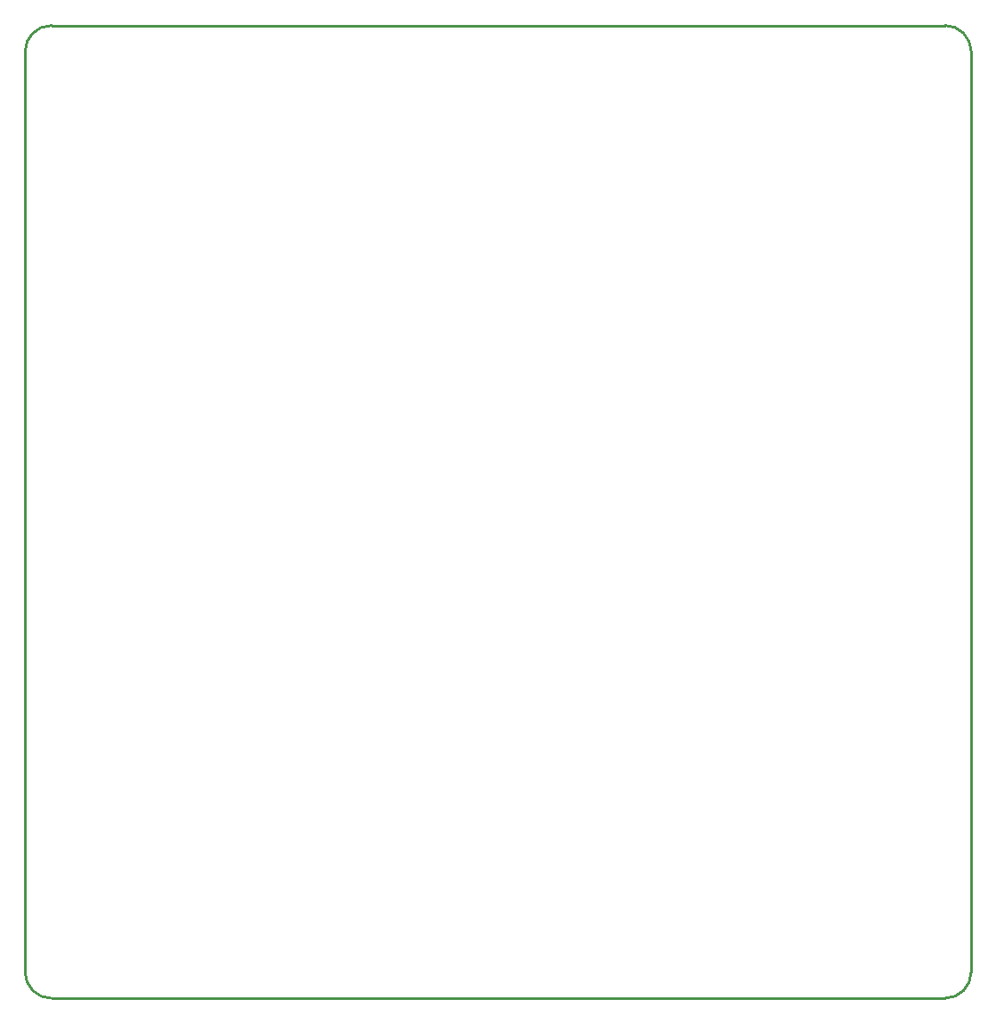
<source format=gko>
G04*
G04 #@! TF.GenerationSoftware,Altium Limited,Altium Designer,20.1.11 (218)*
G04*
G04 Layer_Color=16711935*
%FSAX24Y24*%
%MOIN*%
G70*
G04*
G04 #@! TF.SameCoordinates,00CC2090-7CFA-4186-AAFC-0D957EDE3CA2*
G04*
G04*
G04 #@! TF.FilePolarity,Positive*
G04*
G01*
G75*
%ADD11C,0.0100*%
D11*
Y000984D02*
G03*
X000984Y000000I000984J000000D01*
G01*
X034449D02*
G03*
X035433Y000984I000000J000984D01*
G01*
X000984Y036417D02*
G03*
X000000Y035433I000000J-000984D01*
G01*
X035433D02*
G03*
X034449Y036417I-000984J000000D01*
G01*
X000984Y000000D02*
X034449D01*
X000984Y036417D02*
X034449D01*
X035433Y000984D02*
Y035433D01*
X000000Y000984D02*
Y035433D01*
M02*

</source>
